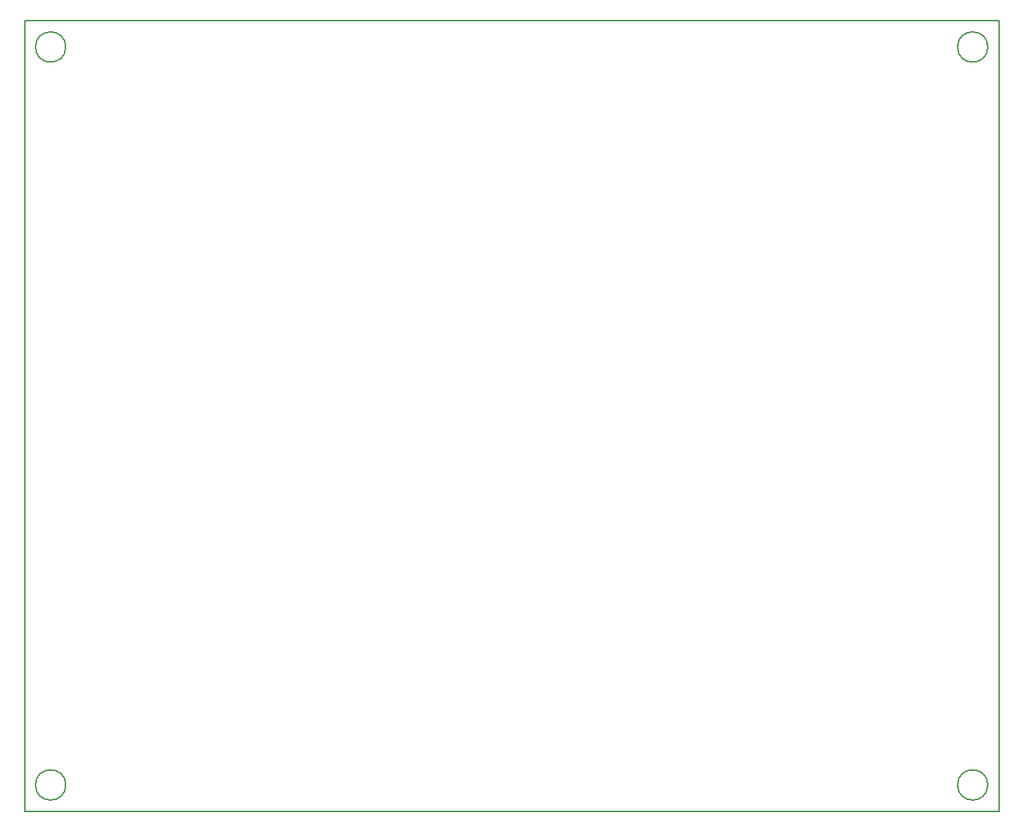
<source format=gbr>
%TF.GenerationSoftware,KiCad,Pcbnew,4.0.2+dfsg1-stable*%
%TF.CreationDate,2018-05-09T22:27:37+02:00*%
%TF.ProjectId,hermas_box,6865726D61735F626F782E6B69636164,rev?*%
%TF.FileFunction,Profile,NP*%
%FSLAX46Y46*%
G04 Gerber Fmt 4.6, Leading zero omitted, Abs format (unit mm)*
G04 Created by KiCad (PCBNEW 4.0.2+dfsg1-stable) date mer. 09 mai 2018 22:27:37 CEST*
%MOMM*%
G01*
G04 APERTURE LIST*
%ADD10C,0.100000*%
%ADD11C,0.150000*%
G04 APERTURE END LIST*
D10*
D11*
X114708009Y91186000D02*
G75*
G03X114708009Y91186000I-1805009J0D01*
G01*
X114708009Y3175000D02*
G75*
G03X114708009Y3175000I-1805009J0D01*
G01*
X4853009Y3175000D02*
G75*
G03X4853009Y3175000I-1805009J0D01*
G01*
X4853009Y91186000D02*
G75*
G03X4853009Y91186000I-1805009J0D01*
G01*
X0Y94361000D02*
X116078000Y94361000D01*
X0Y94234000D02*
X0Y94361000D01*
X0Y94107000D02*
X0Y94234000D01*
X0Y0D02*
X0Y94107000D01*
X116078000Y0D02*
X0Y0D01*
X116078000Y94361000D02*
X116078000Y0D01*
M02*

</source>
